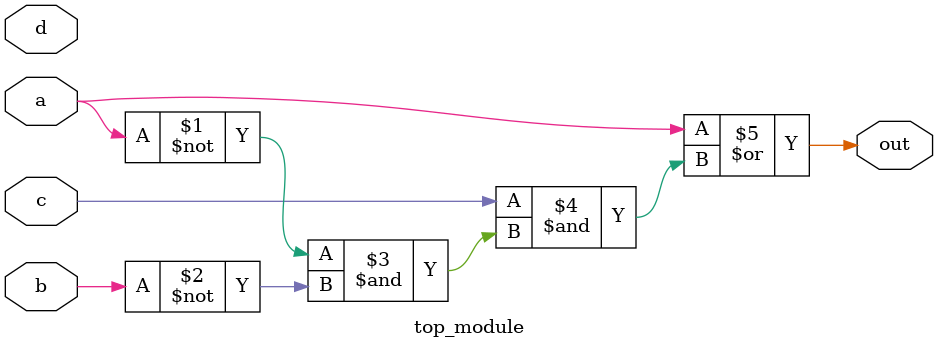
<source format=v>
module top_module(
    input a,
    input b,
    input c,
    input d,
    output out  ); 
    assign out = a | (c&(~a&~b));
endmodule

</source>
